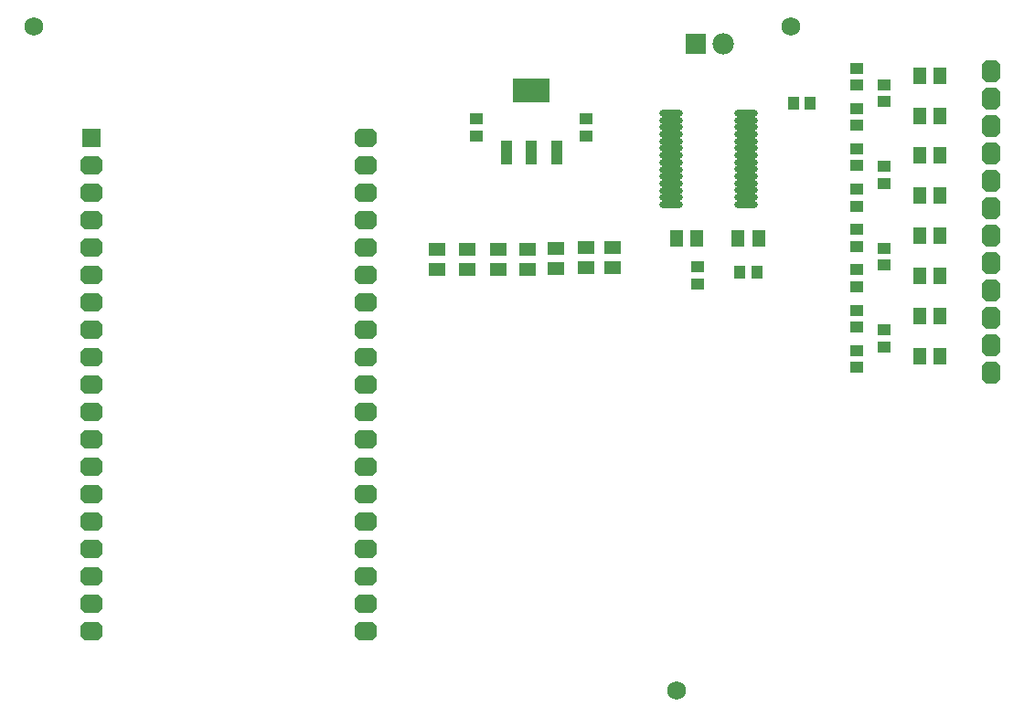
<source format=gts>
G04*
G04 #@! TF.GenerationSoftware,Altium Limited,Altium Designer,20.0.13 (296)*
G04*
G04 Layer_Color=8388736*
%FSLAX25Y25*%
%MOIN*%
G70*
G01*
G75*
%ADD21R,0.06391X0.04737*%
%ADD22R,0.04619X0.04422*%
%ADD23R,0.04737X0.06391*%
%ADD24R,0.04422X0.04619*%
%ADD25O,0.08477X0.02769*%
%ADD26R,0.04343X0.09068*%
%ADD27R,0.13398X0.09068*%
%ADD28C,0.06800*%
%ADD29C,0.07828*%
%ADD30R,0.07828X0.07828*%
%ADD31R,0.06942X0.06942*%
G04:AMPARAMS|DCode=32|XSize=82.8mil|YSize=69.42mil|CornerRadius=0mil|HoleSize=0mil|Usage=FLASHONLY|Rotation=0.000|XOffset=0mil|YOffset=0mil|HoleType=Round|Shape=Octagon|*
%AMOCTAGOND32*
4,1,8,0.04140,-0.01735,0.04140,0.01735,0.02405,0.03471,-0.02405,0.03471,-0.04140,0.01735,-0.04140,-0.01735,-0.02405,-0.03471,0.02405,-0.03471,0.04140,-0.01735,0.0*
%
%ADD32OCTAGOND32*%

G04:AMPARAMS|DCode=33|XSize=82.8mil|YSize=67.06mil|CornerRadius=0mil|HoleSize=0mil|Usage=FLASHONLY|Rotation=90.000|XOffset=0mil|YOffset=0mil|HoleType=Round|Shape=Octagon|*
%AMOCTAGOND33*
4,1,8,0.01676,0.04140,-0.01676,0.04140,-0.03353,0.02464,-0.03353,-0.02464,-0.01676,-0.04140,0.01676,-0.04140,0.03353,-0.02464,0.03353,0.02464,0.01676,0.04140,0.0*
%
%ADD33OCTAGOND33*%

D21*
X195000Y174181D02*
D03*
Y166819D02*
D03*
X216500Y174681D02*
D03*
Y167319D02*
D03*
X226000Y167319D02*
D03*
Y174681D02*
D03*
X205500Y167000D02*
D03*
Y174362D02*
D03*
X184500Y166819D02*
D03*
Y174181D02*
D03*
X173000Y166819D02*
D03*
X173000Y174181D02*
D03*
X162000Y166819D02*
D03*
Y174181D02*
D03*
D22*
X325000Y227949D02*
D03*
Y234051D02*
D03*
Y198138D02*
D03*
Y204240D02*
D03*
Y168327D02*
D03*
Y174430D02*
D03*
Y138516D02*
D03*
Y144619D02*
D03*
X315000Y175152D02*
D03*
Y181254D02*
D03*
Y166555D02*
D03*
Y160453D02*
D03*
Y145754D02*
D03*
Y151856D02*
D03*
Y137157D02*
D03*
Y131055D02*
D03*
X257000Y161449D02*
D03*
Y167551D02*
D03*
X315000Y233949D02*
D03*
Y240051D02*
D03*
Y225352D02*
D03*
Y219250D02*
D03*
Y204551D02*
D03*
Y210653D02*
D03*
Y195954D02*
D03*
Y189851D02*
D03*
X216500Y221551D02*
D03*
Y215449D02*
D03*
X176500Y221551D02*
D03*
Y215449D02*
D03*
D23*
X345362Y135000D02*
D03*
X338000D02*
D03*
X345362Y149643D02*
D03*
X338000D02*
D03*
X256827Y177957D02*
D03*
X249465D02*
D03*
X279210Y178000D02*
D03*
X271848D02*
D03*
X345362Y164286D02*
D03*
X338000D02*
D03*
X345362Y178928D02*
D03*
X338000D02*
D03*
X345362Y193571D02*
D03*
X338000D02*
D03*
X345362Y208214D02*
D03*
X338000D02*
D03*
X345362Y222857D02*
D03*
X338000D02*
D03*
X345362Y237500D02*
D03*
X338000Y237500D02*
D03*
D24*
X278580Y165846D02*
D03*
X272478D02*
D03*
X298051Y227500D02*
D03*
X291949D02*
D03*
D25*
X247319Y218575D02*
D03*
Y216016D02*
D03*
X247319Y213433D02*
D03*
Y210874D02*
D03*
X247319Y208315D02*
D03*
X247319Y205756D02*
D03*
X247319Y203197D02*
D03*
X247319Y200638D02*
D03*
X274681Y218575D02*
D03*
Y216016D02*
D03*
X274681Y213457D02*
D03*
X274681Y210898D02*
D03*
X274681Y208339D02*
D03*
X274681Y205780D02*
D03*
X274681Y203221D02*
D03*
X274681Y200661D02*
D03*
X274681Y198102D02*
D03*
X274681Y195543D02*
D03*
X274681Y192984D02*
D03*
Y190425D02*
D03*
X274681Y223693D02*
D03*
Y221134D02*
D03*
X247319Y223693D02*
D03*
Y221134D02*
D03*
Y198079D02*
D03*
X247319Y195520D02*
D03*
X247319Y192961D02*
D03*
X247319Y190401D02*
D03*
D26*
X187445Y209500D02*
D03*
X196500Y209500D02*
D03*
X205555Y209500D02*
D03*
D27*
X196500Y231941D02*
D03*
D28*
X249500Y13000D02*
D03*
X291000Y255500D02*
D03*
X15000D02*
D03*
D29*
X266500Y249000D02*
D03*
D30*
X256500D02*
D03*
D31*
X36000Y214795D02*
D03*
D32*
Y204795D02*
D03*
Y34795D02*
D03*
Y194795D02*
D03*
Y184795D02*
D03*
Y174795D02*
D03*
Y164795D02*
D03*
Y154795D02*
D03*
Y144795D02*
D03*
Y134795D02*
D03*
Y124795D02*
D03*
Y114795D02*
D03*
Y104795D02*
D03*
Y94795D02*
D03*
Y84795D02*
D03*
Y74795D02*
D03*
Y64795D02*
D03*
Y54795D02*
D03*
Y44795D02*
D03*
X136000Y214795D02*
D03*
Y204795D02*
D03*
Y194795D02*
D03*
Y184795D02*
D03*
Y174795D02*
D03*
Y164795D02*
D03*
Y154795D02*
D03*
Y144795D02*
D03*
Y134795D02*
D03*
Y124795D02*
D03*
Y114795D02*
D03*
Y104795D02*
D03*
Y94795D02*
D03*
Y84795D02*
D03*
Y74795D02*
D03*
Y64795D02*
D03*
Y54795D02*
D03*
Y44795D02*
D03*
Y34795D02*
D03*
D33*
X364000Y239000D02*
D03*
Y229000D02*
D03*
Y219000D02*
D03*
Y209000D02*
D03*
Y199000D02*
D03*
Y189000D02*
D03*
Y179000D02*
D03*
Y169000D02*
D03*
Y159000D02*
D03*
Y149000D02*
D03*
Y139000D02*
D03*
Y129000D02*
D03*
M02*

</source>
